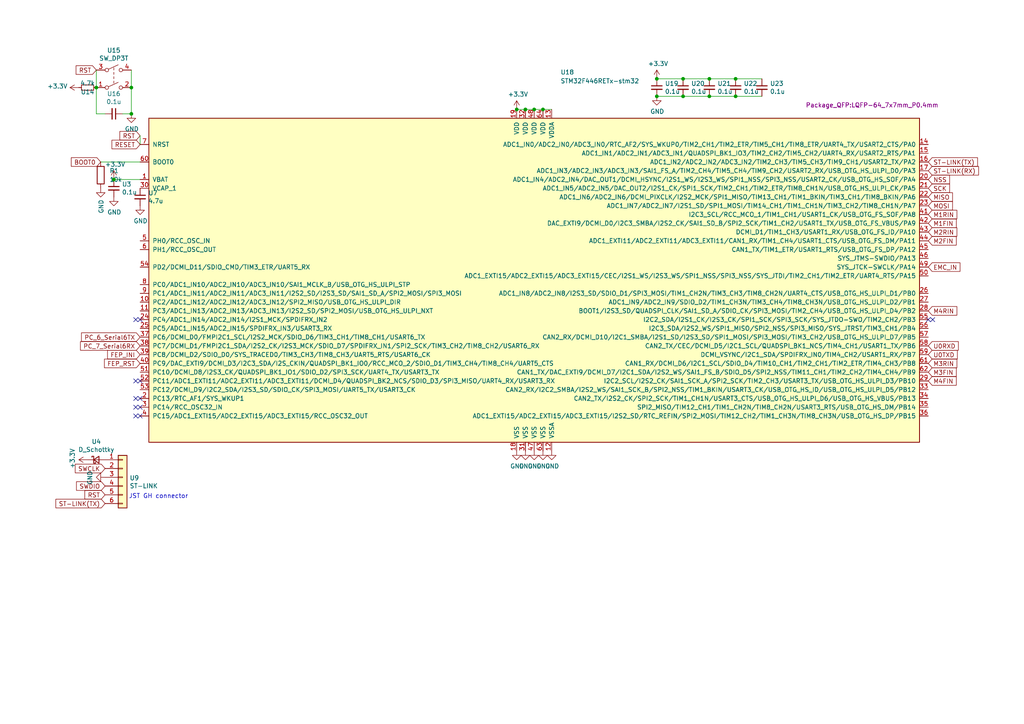
<source format=kicad_sch>
(kicad_sch (version 20230121) (generator eeschema)
  (paper "A4")
  (lib_symbols
    (symbol "Connector_Generic:Conn_01x06" (pin_names (offset 1.016) hide)
      (property "Reference" "J" (at 0 7.62 0))
      (property "Value" "Conn_01x06" (at 0 -10.16 0))
      (symbol "Conn_01x06_1_1"
        (rectangle (start -1.27 -7.493) (end 0 -7.747) (stroke (width 0.1524)))
        (rectangle (start -1.27 -4.953) (end 0 -5.207) (stroke (width 0.1524)))
        (rectangle (start -1.27 -2.413) (end 0 -2.667) (stroke (width 0.1524)))
        (rectangle (start -1.27 0.127) (end 0 -0.127) (stroke (width 0.1524)))
        (rectangle (start -1.27 2.667) (end 0 2.413) (stroke (width 0.1524)))
        (rectangle (start -1.27 5.207) (end 0 4.953) (stroke (width 0.1524)))
        (rectangle (start -1.27 6.35) (end 1.27 -8.89) (stroke (width 0.254)) (fill (type background)))
        (pin passive line (at -5.08 5.08 0) (length 3.81) (name "Pin_1") (number "1"))
        (pin passive line (at -5.08 2.54 0) (length 3.81) (name "Pin_2") (number "2"))
        (pin passive line (at -5.08 0 0) (length 3.81) (name "Pin_3") (number "3"))
        (pin passive line (at -5.08 -2.54 0) (length 3.81) (name "Pin_4") (number "4"))
        (pin passive line (at -5.08 -5.08 0) (length 3.81) (name "Pin_5") (number "5"))
        (pin passive line (at -5.08 -7.62 0) (length 3.81) (name "Pin_6") (number "6"))
      )
    )
    (symbol "Device:C_Small" (pin_numbers hide) (pin_names (offset 0.254) hide)
      (property "Reference" "C" (at 0.254 1.778 0))
      (property "Value" "C_Small" (at 0.254 -2.032 0))
      (symbol "C_Small_0_1"
        (polyline (pts (xy -1.524 -0.508) (xy 1.524 -0.508)) (stroke (width 0.3302)))
        (polyline (pts (xy -1.524 0.508) (xy 1.524 0.508)) (stroke (width 0.3048)))
      )
      (symbol "C_Small_1_1"
        (pin passive line (at 0 2.54 270) (length 2.032) (name "~") (number "1"))
        (pin passive line (at 0 -2.54 90) (length 2.032) (name "~") (number "2"))
      )
    )
    (symbol "Device:D_Schottky_Small" (pin_numbers hide) (pin_names (offset 0.254) hide)
      (property "Reference" "D" (at -1.27 2.032 0))
      (property "Value" "D_Schottky_Small" (at -7.112 -2.032 0))
      (symbol "D_Schottky_Small_0_1"
        (polyline (pts (xy -0.762 0) (xy 0.762 0)))
        (polyline (pts (xy 0.762 -1.016) (xy -0.762 0) (xy 0.762 1.016) (xy 0.762 -1.016)) (stroke (width 0.254)))
        (polyline (pts (xy -1.27 0.762) (xy -1.27 1.016) (xy -0.762 1.016) (xy -0.762 -1.016) (xy -0.254 -1.016) (xy -0.254 -0.762)) (stroke (width 0.254)))
      )
      (symbol "D_Schottky_Small_1_1"
        (pin passive line (at -2.54 0 0) (length 1.778) (name "K") (number "1"))
        (pin passive line (at 2.54 0 180) (length 1.778) (name "A") (number "2"))
      )
    )
    (symbol "Device:R" (pin_numbers hide) (pin_names (offset 0))
      (property "Reference" "R" (at 2.032 0 90))
      (property "Value" "R" (at 0 0 90))
      (symbol "R_0_1"
        (rectangle (start -1.016 -2.54) (end 1.016 2.54) (stroke (width 0.254)))
      )
      (symbol "R_1_1"
        (pin passive line (at 0 3.81 270) (length 1.27) (name "~") (number "1"))
        (pin passive line (at 0 -3.81 90) (length 1.27) (name "~") (number "2"))
      )
    )
    (symbol "Device:R_Small" (pin_numbers hide) (pin_names (offset 0.254) hide)
      (property "Reference" "R" (at 0.762 0.508 0))
      (property "Value" "R_Small" (at 0.762 -1.016 0))
      (symbol "R_Small_0_1"
        (rectangle (start -0.762 1.778) (end 0.762 -1.778) (stroke (width 0.2032)))
      )
      (symbol "R_Small_1_1"
        (pin passive line (at 0 2.54 270) (length 0.762) (name "~") (number "1"))
        (pin passive line (at 0 -2.54 90) (length 0.762) (name "~") (number "2"))
      )
    )
    (symbol "Switch:SW_DPST" (pin_names (offset 0) hide)
      (property "Reference" "SW" (at 0 5.08 0))
      (property "Value" "SW_DPST" (at 0 -5.08 0))
      (symbol "SW_DPST_0_0"
        (circle (center -2.032 -2.54) (radius 0.508))
        (circle (center -2.032 2.54) (radius 0.508))
        (polyline (pts (xy -1.524 -2.286) (xy 1.27 -1.016)))
        (polyline (pts (xy -1.524 2.794) (xy 1.27 4.064)))
        (polyline (pts (xy 0 -1.27) (xy 0 -0.635)))
        (polyline (pts (xy 0 0) (xy 0 0.635)))
        (polyline (pts (xy 0 1.27) (xy 0 1.905)))
        (polyline (pts (xy 0 2.54) (xy 0 3.175)))
        (circle (center 2.032 -2.54) (radius 0.508))
        (circle (center 2.032 2.54) (radius 0.508))
      )
      (symbol "SW_DPST_1_1"
        (pin passive line (at -5.08 -2.54 0) (length 2.54) (name "1") (number "1"))
        (pin passive line (at 5.08 -2.54 180) (length 2.54) (name "2") (number "2"))
        (pin passive line (at -5.08 2.54 0) (length 2.54) (name "3") (number "3"))
        (pin passive line (at 5.08 2.54 180) (length 2.54) (name "4") (number "4"))
      )
    )
    (symbol "Symbol_nishi:STM32F446RETx-stm32" (pin_names (offset 1.016))
      (property "Reference" "U" (at -111.76 48.895 0))
      (property "Value" "STM32F446RETx-stm32" (at 111.76 48.895 0))
      (property "Footprint" "LQFP64" (at 111.76 47.625 0))
      (symbol "STM32F446RETx-stm32_0_1"
        (rectangle (start -111.76 -45.72) (end 111.76 48.26) (stroke (width 0.254)) (fill (type background)))
      )
      (symbol "STM32F446RETx-stm32_1_1"
        (pin power_in line (at -114.3 30.48 0) (length 2.54) (name "VBAT") (number "1"))
        (pin bidirectional line (at -114.3 -5.08 0) (length 2.54) (name "PC2/ADC1_IN12/ADC2_IN12/ADC3_IN12/SPI2_MISO/USB_OTG_HS_ULPI_DIR") (number "10"))
        (pin bidirectional line (at -114.3 -7.62 0) (length 2.54) (name "PC3/ADC1_IN13/ADC2_IN13/ADC3_IN13/I2S2_SD/SPI2_MOSI/USB_OTG_HS_ULPI_NXT") (number "11"))
        (pin power_in line (at 5.08 -48.26 90) (length 2.54) (name "VSSA") (number "12"))
        (pin power_in line (at 5.08 50.8 270) (length 2.54) (name "VDDA") (number "13"))
        (pin bidirectional line (at 114.3 40.64 180) (length 2.54) (name "ADC1_IN0/ADC2_IN0/ADC3_IN0/RTC_AF2/SYS_WKUP0/TIM2_CH1/TIM2_ETR/TIM5_CH1/TIM8_ETR/UART4_TX/USART2_CTS/PA0") (number "14"))
        (pin bidirectional line (at 114.3 38.1 180) (length 2.54) (name "ADC1_IN1/ADC2_IN1/ADC3_IN1/QUADSPI_BK1_IO3/TIM2_CH2/TIM5_CH2/UART4_RX/USART2_RTS/PA1") (number "15"))
        (pin bidirectional line (at 114.3 35.56 180) (length 2.54) (name "ADC1_IN2/ADC2_IN2/ADC3_IN2/TIM2_CH3/TIM5_CH3/TIM9_CH1/USART2_TX/PA2") (number "16"))
        (pin bidirectional line (at 114.3 33.02 180) (length 2.54) (name "ADC1_IN3/ADC2_IN3/ADC3_IN3/SAI1_FS_A/TIM2_CH4/TIM5_CH4/TIM9_CH2/USART2_RX/USB_OTG_HS_ULPI_D0/PA3") (number "17"))
        (pin power_in line (at -5.08 -48.26 90) (length 2.54) (name "VSS") (number "18"))
        (pin power_in line (at -5.08 50.8 270) (length 2.54) (name "VDD") (number "19"))
        (pin bidirectional line (at -114.3 -33.02 0) (length 2.54) (name "PC13/RTC_AF1/SYS_WKUP1") (number "2"))
        (pin bidirectional line (at 114.3 30.48 180) (length 2.54) (name "ADC1_IN4/ADC2_IN4/DAC_OUT1/DCMI_HSYNC/I2S1_WS/I2S3_WS/SPI1_NSS/SPI3_NSS/USART2_CK/USB_OTG_HS_SOF/PA4") (number "20"))
        (pin bidirectional line (at 114.3 27.94 180) (length 2.54) (name "ADC1_IN5/ADC2_IN5/DAC_OUT2/I2S1_CK/SPI1_SCK/TIM2_CH1/TIM2_ETR/TIM8_CH1N/USB_OTG_HS_ULPI_CK/PA5") (number "21"))
        (pin bidirectional line (at 114.3 25.4 180) (length 2.54) (name "ADC1_IN6/ADC2_IN6/DCMI_PIXCLK/I2S2_MCK/SPI1_MISO/TIM13_CH1/TIM1_BKIN/TIM3_CH1/TIM8_BKIN/PA6") (number "22"))
        (pin bidirectional line (at 114.3 22.86 180) (length 2.54) (name "ADC1_IN7/ADC2_IN7/I2S1_SD/SPI1_MOSI/TIM14_CH1/TIM1_CH1N/TIM3_CH2/TIM8_CH1N/PA7") (number "23"))
        (pin bidirectional line (at -114.3 -10.16 0) (length 2.54) (name "PC4/ADC1_IN14/ADC2_IN14/I2S1_MCK/SPDIFRX_IN2") (number "24"))
        (pin bidirectional line (at -114.3 -12.7 0) (length 2.54) (name "PC5/ADC1_IN15/ADC2_IN15/SPDIFRX_IN3/USART3_RX") (number "25"))
        (pin bidirectional line (at 114.3 -2.54 180) (length 2.54) (name "ADC1_IN8/ADC2_IN8/I2S3_SD/SDIO_D1/SPI3_MOSI/TIM1_CH2N/TIM3_CH3/TIM8_CH2N/UART4_CTS/USB_OTG_HS_ULPI_D1/PB0") (number "26"))
        (pin bidirectional line (at 114.3 -5.08 180) (length 2.54) (name "ADC1_IN9/ADC2_IN9/SDIO_D2/TIM1_CH3N/TIM3_CH4/TIM8_CH3N/USB_OTG_HS_ULPI_D2/PB1") (number "27"))
        (pin bidirectional line (at 114.3 -7.62 180) (length 2.54) (name "BOOT1/I2S3_SD/QUADSPI_CLK/SAI1_SD_A/SDIO_CK/SPI3_MOSI/TIM2_CH4/USB_OTG_HS_ULPI_D4/PB2") (number "28"))
        (pin bidirectional line (at 114.3 -27.94 180) (length 2.54) (name "I2C2_SCL/I2S2_CK/SAI1_SCK_A/SPI2_SCK/TIM2_CH3/USART3_TX/USB_OTG_HS_ULPI_D3/PB10") (number "29"))
        (pin bidirectional line (at -114.3 -35.56 0) (length 2.54) (name "PC14/RCC_OSC32_IN") (number "3"))
        (pin power_in line (at -114.3 27.94 0) (length 2.54) (name "VCAP_1") (number "30"))
        (pin power_in line (at -2.54 -48.26 90) (length 2.54) (name "VSS") (number "31"))
        (pin power_in line (at -2.54 50.8 270) (length 2.54) (name "VDD") (number "32"))
        (pin bidirectional line (at 114.3 -30.48 180) (length 2.54) (name "CAN2_RX/I2C2_SMBA/I2S2_WS/SAI1_SCK_B/SPI2_NSS/TIM1_BKIN/USART3_CK/USB_OTG_HS_ID/USB_OTG_HS_ULPI_D5/PB12") (number "33"))
        (pin bidirectional line (at 114.3 -33.02 180) (length 2.54) (name "CAN2_TX/I2S2_CK/SPI2_SCK/TIM1_CH1N/USART3_CTS/USB_OTG_HS_ULPI_D6/USB_OTG_HS_VBUS/PB13") (number "34"))
        (pin bidirectional line (at 114.3 -35.56 180) (length 2.54) (name "SPI2_MISO/TIM12_CH1/TIM1_CH2N/TIM8_CH2N/USART3_RTS/USB_OTG_HS_DM/PB14") (number "35"))
        (pin bidirectional line (at 114.3 -38.1 180) (length 2.54) (name "ADC1_EXTI15/ADC2_EXTI15/ADC3_EXTI15/I2S2_SD/RTC_REFIN/SPI2_MOSI/TIM12_CH2/TIM1_CH3N/TIM8_CH3N/USB_OTG_HS_DP/PB15") (number "36"))
        (pin bidirectional line (at -114.3 -15.24 0) (length 2.54) (name "PC6/DCMI_D0/FMPI2C1_SCL/I2S2_MCK/SDIO_D6/TIM3_CH1/TIM8_CH1/USART6_TX") (number "37"))
        (pin bidirectional line (at -114.3 -17.78 0) (length 2.54) (name "PC7/DCMI_D1/FMPI2C1_SDA/I2S2_CK/I2S3_MCK/SDIO_D7/SPDIFRX_IN1/SPI2_SCK/TIM3_CH2/TIM8_CH2/USART6_RX") (number "38"))
        (pin bidirectional line (at -114.3 -20.32 0) (length 2.54) (name "PC8/DCMI_D2/SDIO_D0/SYS_TRACED0/TIM3_CH3/TIM8_CH3/UART5_RTS/USART6_CK") (number "39"))
        (pin bidirectional line (at -114.3 -38.1 0) (length 2.54) (name "PC15/ADC1_EXTI15/ADC2_EXTI15/ADC3_EXTI15/RCC_OSC32_OUT") (number "4"))
        (pin bidirectional line (at -114.3 -22.86 0) (length 2.54) (name "PC9/DAC_EXTI9/DCMI_D3/I2C3_SDA/I2S_CKIN/QUADSPI_BK1_IO0/RCC_MCO_2/SDIO_D1/TIM3_CH4/TIM8_CH4/UART5_CTS") (number "40"))
        (pin bidirectional line (at 114.3 20.32 180) (length 2.54) (name "I2C3_SCL/RCC_MCO_1/TIM1_CH1/USART1_CK/USB_OTG_FS_SOF/PA8") (number "41"))
        (pin bidirectional line (at 114.3 17.78 180) (length 2.54) (name "DAC_EXTI9/DCMI_D0/I2C3_SMBA/I2S2_CK/SAI1_SD_B/SPI2_SCK/TIM1_CH2/USART1_TX/USB_OTG_FS_VBUS/PA9") (number "42"))
        (pin bidirectional line (at 114.3 15.24 180) (length 2.54) (name "DCMI_D1/TIM1_CH3/USART1_RX/USB_OTG_FS_ID/PA10") (number "43"))
        (pin bidirectional line (at 114.3 12.7 180) (length 2.54) (name "ADC1_EXTI11/ADC2_EXTI11/ADC3_EXTI11/CAN1_RX/TIM1_CH4/USART1_CTS/USB_OTG_FS_DM/PA11") (number "44"))
        (pin bidirectional line (at 114.3 10.16 180) (length 2.54) (name "CAN1_TX/TIM1_ETR/USART1_RTS/USB_OTG_FS_DP/PA12") (number "45"))
        (pin bidirectional line (at 114.3 7.62 180) (length 2.54) (name "SYS_JTMS-SWDIO/PA13") (number "46"))
        (pin power_in line (at 0 -48.26 90) (length 2.54) (name "VSS") (number "47"))
        (pin power_in line (at 0 50.8 270) (length 2.54) (name "VDD") (number "48"))
        (pin bidirectional line (at 114.3 5.08 180) (length 2.54) (name "SYS_JTCK-SWCLK/PA14") (number "49"))
        (pin input line (at -114.3 12.7 0) (length 2.54) (name "PH0/RCC_OSC_IN") (number "5"))
        (pin bidirectional line (at 114.3 2.54 180) (length 2.54) (name "ADC1_EXTI15/ADC2_EXTI15/ADC3_EXTI15/CEC/I2S1_WS/I2S3_WS/SPI1_NSS/SPI3_NSS/SYS_JTDI/TIM2_CH1/TIM2_ETR/UART4_RTS/PA15") (number "50"))
        (pin bidirectional line (at -114.3 -25.4 0) (length 2.54) (name "PC10/DCMI_D8/I2S3_CK/QUADSPI_BK1_IO1/SDIO_D2/SPI3_SCK/UART4_TX/USART3_TX") (number "51"))
        (pin bidirectional line (at -114.3 -27.94 0) (length 2.54) (name "PC11/ADC1_EXTI11/ADC2_EXTI11/ADC3_EXTI11/DCMI_D4/QUADSPI_BK2_NCS/SDIO_D3/SPI3_MISO/UART4_RX/USART3_RX") (number "52"))
        (pin bidirectional line (at -114.3 -30.48 0) (length 2.54) (name "PC12/DCMI_D9/I2C2_SDA/I2S3_SD/SDIO_CK/SPI3_MOSI/UART5_TX/USART3_CK") (number "53"))
        (pin bidirectional line (at -114.3 5.08 0) (length 2.54) (name "PD2/DCMI_D11/SDIO_CMD/TIM3_ETR/UART5_RX") (number "54"))
        (pin bidirectional line (at 114.3 -10.16 180) (length 2.54) (name "I2C2_SDA/I2S1_CK/I2S3_CK/SPI1_SCK/SPI3_SCK/SYS_JTDO-SWO/TIM2_CH2/PB3") (number "55"))
        (pin bidirectional line (at 114.3 -12.7 180) (length 2.54) (name "I2C3_SDA/I2S2_WS/SPI1_MISO/SPI2_NSS/SPI3_MISO/SYS_JTRST/TIM3_CH1/PB4") (number "56"))
        (pin bidirectional line (at 114.3 -15.24 180) (length 2.54) (name "CAN2_RX/DCMI_D10/I2C1_SMBA/I2S1_SD/I2S3_SD/SPI1_MOSI/SPI3_MOSI/TIM3_CH2/USB_OTG_HS_ULPI_D7/PB5") (number "57"))
        (pin bidirectional line (at 114.3 -17.78 180) (length 2.54) (name "CAN2_TX/CEC/DCMI_D5/I2C1_SCL/QUADSPI_BK1_NCS/TIM4_CH1/USART1_TX/PB6") (number "58"))
        (pin bidirectional line (at 114.3 -20.32 180) (length 2.54) (name "DCMI_VSYNC/I2C1_SDA/SPDIFRX_IN0/TIM4_CH2/USART1_RX/PB7") (number "59"))
        (pin input line (at -114.3 10.16 0) (length 2.54) (name "PH1/RCC_OSC_OUT") (number "6"))
        (pin input line (at -114.3 35.56 0) (length 2.54) (name "BOOT0") (number "60"))
        (pin bidirectional line (at 114.3 -22.86 180) (length 2.54) (name "CAN1_RX/DCMI_D6/I2C1_SCL/SDIO_D4/TIM10_CH1/TIM2_CH1/TIM2_ETR/TIM4_CH3/PB8") (number "61"))
        (pin bidirectional line (at 114.3 -25.4 180) (length 2.54) (name "CAN1_TX/DAC_EXTI9/DCMI_D7/I2C1_SDA/I2S2_WS/SAI1_FS_B/SDIO_D5/SPI2_NSS/TIM11_CH1/TIM2_CH2/TIM4_CH4/PB9") (number "62"))
        (pin power_in line (at 2.54 -48.26 90) (length 2.54) (name "VSS") (number "63"))
        (pin power_in line (at 2.54 50.8 270) (length 2.54) (name "VDD") (number "64"))
        (pin input line (at -114.3 40.64 0) (length 2.54) (name "NRST") (number "7"))
        (pin bidirectional line (at -114.3 0 0) (length 2.54) (name "PC0/ADC1_IN10/ADC2_IN10/ADC3_IN10/SAI1_MCLK_B/USB_OTG_HS_ULPI_STP") (number "8"))
        (pin bidirectional line (at -114.3 -2.54 0) (length 2.54) (name "PC1/ADC1_IN11/ADC2_IN11/ADC3_IN11/I2S2_SD/I2S3_SD/SAI1_SD_A/SPI2_MOSI/SPI3_MOSI") (number "9"))
      )
    )
    (symbol "power:+3.3V" (power) (pin_names (offset 0))
      (property "Value" "+3.3V" (at 0 3.556 0))
      (symbol "+3.3V_0_1"
        (polyline (pts (xy -0.762 1.27) (xy 0 2.54)))
        (polyline (pts (xy 0 0) (xy 0 2.54)))
        (polyline (pts (xy 0 2.54) (xy 0.762 1.27)))
      )
      (symbol "+3.3V_1_1"
        (pin power_in line (at 0 0 90) (length 0) hide (name "+3.3V") (number "1"))
      )
    )
    (symbol "power:GND" (power) (pin_names (offset 0))
      (property "Value" "GND" (at 0 -3.81 0))
      (symbol "GND_0_1"
        (polyline (pts (xy 0 0) (xy 0 -1.27) (xy 1.27 -1.27) (xy 0 -2.54) (xy -1.27 -1.27) (xy 0 -1.27)))
      )
      (symbol "GND_1_1"
        (pin power_in line (at 0 0 270) (length 0) hide (name "GND") (number "1"))
      )
    )
  )
  (junction (at 205.74 22.86))
  (junction (at 205.74 27.94))
  (junction (at 27.94 25.4))
  (junction (at 157.48 31.75))
  (junction (at 190.5 22.86))
  (junction (at 198.12 27.94))
  (junction (at 198.12 22.86))
  (junction (at 38.1 25.4))
  (junction (at 190.5 27.94))
  (junction (at 152.4 31.75))
  (junction (at 213.36 22.86))
  (junction (at 33.02 52.07))
  (junction (at 149.86 31.75))
  (junction (at 213.36 27.94))
  (junction (at 38.1 33.02))
  (junction (at 154.94 31.75))
  (no_connect (at 40.64 118.11))
  (no_connect (at 39.37 120.65))
  (no_connect (at 270.51 92.71))
  (no_connect (at 39.37 110.49))
  (no_connect (at 39.37 92.71))
  (no_connect (at 40.64 115.57))
  (no_connect (at 40.64 92.71))
  (no_connect (at 40.64 110.49))
  (no_connect (at 39.37 115.57))
  (no_connect (at 40.64 120.65))
  (no_connect (at 269.24 92.71))
  (no_connect (at 39.37 118.11))
  (wire (pts (xy 27.94 33.02) (xy 30.48 33.02)))
  (wire (pts (xy 38.1 33.02) (xy 35.56 33.02)))
  (wire (pts (xy 220.98 22.86) (xy 213.36 22.86)))
  (wire (pts (xy 220.98 27.94) (xy 213.36 27.94)))
  (wire (pts (xy 149.86 31.75) (xy 152.4 31.75)))
  (wire (pts (xy 38.1 25.4) (xy 38.1 33.02)))
  (wire (pts (xy 213.36 27.94) (xy 205.74 27.94)))
  (wire (pts (xy 40.64 39.37) (xy 40.64 41.91)))
  (wire (pts (xy 190.5 27.94) (xy 198.12 27.94)))
  (wire (pts (xy 213.36 22.86) (xy 205.74 22.86)))
  (wire (pts (xy 205.74 22.86) (xy 198.12 22.86)))
  (wire (pts (xy 205.74 27.94) (xy 198.12 27.94)))
  (wire (pts (xy 27.94 25.4) (xy 27.94 33.02)))
  (wire (pts (xy 27.94 20.32) (xy 27.94 25.4)))
  (wire (pts (xy 152.4 31.75) (xy 154.94 31.75)))
  (wire (pts (xy 157.48 31.75) (xy 160.02 31.75)))
  (wire (pts (xy 40.64 52.07) (xy 33.02 52.07)))
  (wire (pts (xy 38.1 20.32) (xy 38.1 25.4)))
  (wire (pts (xy 190.5 22.86) (xy 198.12 22.86)))
  (wire (pts (xy 154.94 31.75) (xy 157.48 31.75)))
  (wire (pts (xy 29.21 46.99) (xy 40.64 46.99)))
  (text "JST GH connector" (at 54.61 144.78 0) (effects (font (size 1.27 1.27)) (justify right bottom)))
  (global_label "M4FIN" (shape input) (at 269.24 110.49 0) (property "Intersheetrefs" "${INTERSHEET_REFS}" (effects hide)))
  (global_label "U0RXD" (shape input) (at 269.24 100.33 0) (property "Intersheetrefs" "${INTERSHEET_REFS}" (effects hide)))
  (global_label "RST" (shape input) (at 40.64 39.37 180) (property "Intersheetrefs" "${INTERSHEET_REFS}" (effects hide)))
  (global_label "ST-LINK(RX)" (shape input) (at 269.24 49.53 0) (property "Intersheetrefs" "${INTERSHEET_REFS}" (effects hide)))
  (global_label "MOSI" (shape input) (at 269.24 59.69 0) (property "Intersheetrefs" "${INTERSHEET_REFS}" (effects hide)))
  (global_label "ST-LINK(TX)" (shape input) (at 269.24 46.99 0) (property "Intersheetrefs" "${INTERSHEET_REFS}" (effects hide)))
  (global_label "M3RIN" (shape input) (at 269.24 105.41 0) (property "Intersheetrefs" "${INTERSHEET_REFS}" (effects hide)))
  (global_label "PC_6_Serial6TX" (shape input) (at 40.64 97.79 180) (property "Intersheetrefs" "${INTERSHEET_REFS}" (effects hide)) (property "シート間のリファレンス" "${INTERSHEET_REFS}" (effects hide)))
  (global_label "M4RIN" (shape input) (at 269.24 90.17 0) (property "Intersheetrefs" "${INTERSHEET_REFS}" (effects hide)))
  (global_label "RST" (shape input) (at 27.94 20.32 180) (property "Intersheetrefs" "${INTERSHEET_REFS}" (effects hide)))
  (global_label "M1RIN" (shape input) (at 269.24 62.23 0) (property "Intersheetrefs" "${INTERSHEET_REFS}" (effects hide)))
  (global_label "NSS" (shape input) (at 269.24 52.07 0) (property "Intersheetrefs" "${INTERSHEET_REFS}" (effects hide)))
  (global_label "ST-LINK(TX)" (shape input) (at 30.48 146.05 180) (property "Intersheetrefs" "${INTERSHEET_REFS}" (effects hide)))
  (global_label "FEP_RST" (shape input) (at 40.64 105.41 180) (property "Intersheetrefs" "${INTERSHEET_REFS}" (effects hide)))
  (global_label "M1FIN" (shape input) (at 269.24 64.77 0) (property "Intersheetrefs" "${INTERSHEET_REFS}" (effects hide)))
  (global_label "M2RIN" (shape input) (at 269.24 67.31 0) (property "Intersheetrefs" "${INTERSHEET_REFS}" (effects hide)))
  (global_label "MISO" (shape input) (at 269.24 57.15 0) (property "Intersheetrefs" "${INTERSHEET_REFS}" (effects hide)))
  (global_label "SCK" (shape input) (at 269.24 54.61 0) (property "Intersheetrefs" "${INTERSHEET_REFS}" (effects hide)))
  (global_label "M3FIN" (shape input) (at 269.24 107.95 0) (property "Intersheetrefs" "${INTERSHEET_REFS}" (effects hide)))
  (global_label "RESET" (shape input) (at 40.64 41.91 180) (property "Intersheetrefs" "${INTERSHEET_REFS}" (effects hide)))
  (global_label "SWDIO" (shape input) (at 30.48 140.97 180) (property "Intersheetrefs" "${INTERSHEET_REFS}" (effects hide)))
  (global_label "U0TXD" (shape input) (at 269.24 102.87 0) (property "Intersheetrefs" "${INTERSHEET_REFS}" (effects hide)))
  (global_label "FEP_INI" (shape input) (at 40.64 102.87 180) (property "Intersheetrefs" "${INTERSHEET_REFS}" (effects hide)))
  (global_label "BOOT0" (shape input) (at 29.21 46.99 180) (property "Intersheetrefs" "${INTERSHEET_REFS}" (effects hide)))
  (global_label "PC_7_Serial6RX" (shape input) (at 40.64 100.33 180) (property "Intersheetrefs" "${INTERSHEET_REFS}" (effects hide)) (property "シート間のリファレンス" "${INTERSHEET_REFS}" (effects hide)))
  (global_label "RST" (shape input) (at 30.48 143.51 180) (property "Intersheetrefs" "${INTERSHEET_REFS}" (effects hide)))
  (global_label "SWCLK" (shape input) (at 30.48 135.89 180) (property "Intersheetrefs" "${INTERSHEET_REFS}" (effects hide)))
  (global_label "EMC_IN" (shape input) (at 269.24 77.47 0) (property "Intersheetrefs" "${INTERSHEET_REFS}" (effects hide)))
  (global_label "M2FIN" (shape input) (at 269.24 69.85 0) (property "Intersheetrefs" "${INTERSHEET_REFS}" (effects hide)))
  (symbol (lib_id "Switch:SW_DPST") (at 33.02 22.86 0) (unit 1)
    (property "Reference" "U15" (at 33.02 14.605 0))
    (property "Value" "SW_DP3T" (at 33.02 16.9164 0))
    (property "Footprint" "Footprint_nishi:tact_sw_smd_skrpabe10" (effects hide))
    (instances (project "YAMADAmain" (path "" (reference "U15") (unit 1)) (path "" (reference "U10") (unit 1))) (project "M3rd_main_board" (path "" (reference "U5") (unit 1)) (path "" (reference "U18") (unit 1))))
  )
  (symbol (lib_id "power:GND") (at 152.4 130.81 0) (unit 1)
    (property "Reference" "#PWR029" (effects hide))
    (property "Value" "GND" (at 152.527 135.2042 0))
    (instances (project "YAMADAmain" (path "" (reference "#PWR029") (unit 1)) (path "" (reference "#PWR030") (unit 1))) (project "M3rd_main_board" (path "" (reference "#PWR017") (unit 1)) (path "" (reference "#PWR053") (unit 1))))
  )
  (symbol (lib_id "power:+3.3V") (at 22.86 25.4 90) (unit 1)
    (property "Reference" "#PWR015" (effects hide))
    (property "Value" "+3.3V" (at 19.6088 25.019 90) (effects (justify left)))
    (instances (project "YAMADAmain" (path "" (reference "#PWR015") (unit 1)) (path "" (reference "#PWR020") (unit 1))) (project "M3rd_main_board" (path "" (reference "#PWR01") (unit 1)) (path "" (reference "#PWR047") (unit 1))))
  )
  (symbol (lib_id "power:+3.3V") (at 190.5 22.86 0) (unit 1)
    (property "Reference" "#PWR034" (effects hide))
    (property "Value" "+3.3V" (at 190.881 18.4658 0))
    (instances (project "YAMADAmain" (path "" (reference "#PWR034") (unit 1)) (path "" (reference "#PWR034") (unit 1))) (project "M3rd_main_board" (path "" (reference "#PWR025") (unit 1)) (path "" (reference "#PWR058") (unit 1))))
  )
  (symbol (lib_id "Device:C_Small") (at 220.98 25.4 0) (unit 1)
    (property "Reference" "U23" (at 223.3168 24.2316 0) (effects (justify left)))
    (property "Value" "0.1u" (at 223.3168 26.543 0) (effects (justify left)))
    (property "Footprint" "Footprint_nishi:C_0805_2012" (effects hide))
    (instances (project "YAMADAmain" (path "" (reference "U23") (unit 1)) (path "" (reference "U21") (unit 1))) (project "M3rd_main_board" (path "" (reference "U16") (unit 1)) (path "" (reference "U27") (unit 1))))
  )
  (symbol (lib_id "power:GND") (at 154.94 130.81 0) (unit 1)
    (property "Reference" "#PWR030" (effects hide))
    (property "Value" "GND" (at 155.067 135.2042 0))
    (instances (project "YAMADAmain" (path "" (reference "#PWR030") (unit 1)) (path "" (reference "#PWR031") (unit 1))) (project "M3rd_main_board" (path "" (reference "#PWR018") (unit 1)) (path "" (reference "#PWR054") (unit 1))))
  )
  (symbol (lib_id "power:GND") (at 190.5 27.94 0) (unit 1)
    (property "Reference" "#PWR036" (effects hide))
    (property "Value" "GND" (at 190.627 32.3342 0))
    (instances (project "YAMADAmain" (path "" (reference "#PWR036") (unit 1)) (path "" (reference "#PWR035") (unit 1))) (project "M3rd_main_board" (path "" (reference "#PWR026") (unit 1)) (path "" (reference "#PWR059") (unit 1))))
  )
  (symbol (lib_id "power:GND") (at 38.1 33.02 0) (unit 1)
    (property "Reference" "#PWR018" (effects hide))
    (property "Value" "GND" (at 38.227 37.4142 0))
    (instances (project "YAMADAmain" (path "" (reference "#PWR018") (unit 1)) (path "" (reference "#PWR026") (unit 1))) (project "M3rd_main_board" (path "" (reference "#PWR02") (unit 1)) (path "" (reference "#PWR048") (unit 1))))
  )
  (symbol (lib_id "power:+3.3V") (at 149.86 31.75 0) (unit 1)
    (property "Reference" "#PWR025" (effects hide))
    (property "Value" "+3.3V" (at 150.241 27.3558 0))
    (instances (project "YAMADAmain" (path "" (reference "#PWR025") (unit 1)) (path "" (reference "#PWR028") (unit 1))) (project "M3rd_main_board" (path "" (reference "#PWR014") (unit 1)) (path "" (reference "#PWR050") (unit 1))))
  )
  (symbol (lib_id "power:GND") (at 157.48 130.81 0) (unit 1)
    (property "Reference" "#PWR031" (effects hide))
    (property "Value" "GND" (at 157.607 135.2042 0))
    (instances (project "YAMADAmain" (path "" (reference "#PWR031") (unit 1)) (path "" (reference "#PWR032") (unit 1))) (project "M3rd_main_board" (path "" (reference "#PWR019") (unit 1)) (path "" (reference "#PWR055") (unit 1))))
  )
  (symbol (lib_id "Device:C_Small") (at 33.02 33.02 270) (unit 1)
    (property "Reference" "U16" (at 33.02 27.2034 90))
    (property "Value" "0.1u" (at 33.02 29.5148 90))
    (property "Footprint" "Footprint_nishi:C_0805_2012" (effects hide))
    (instances (project "YAMADAmain" (path "" (reference "U16") (unit 1)) (path "" (reference "U11") (unit 1))) (project "M3rd_main_board" (path "" (reference "U6") (unit 1)) (path "" (reference "U19") (unit 1))))
  )
  (symbol (lib_id "Device:C_Small") (at 40.64 57.15 0) (unit 1)
    (property "Reference" "U7" (at 42.9768 55.9816 0) (effects (justify left)))
    (property "Value" "4.7u" (at 42.9768 58.293 0) (effects (justify left)))
    (property "Footprint" "Footprint_nishi:C_0805_2012" (effects hide))
    (instances (project "YAMADAmain" (path "" (reference "U7") (unit 1)) (path "" (reference "U15") (unit 1))) (project "M3rd_main_board" (path "" (reference "U9") (unit 1)) (path "" (reference "U10") (unit 1))))
  )
  (symbol (lib_id "Device:D_Schottky_Small") (at 27.94 133.35 0) (unit 1)
    (property "Reference" "U4" (at 27.94 128.0922 0))
    (property "Value" "D_Schottky" (at 27.94 130.4036 0))
    (property "Footprint" "Footprint_nishi:smd_diode_SOD-323_HandSoldering_cus10f30" (effects hide))
    (instances (project "YAMADAmain" (path "" (reference "U4") (unit 1)) (path "" (reference "U9") (unit 1))) (project "M3rd_main_board" (path "" (reference "U2") (unit 1)) (path "" (reference "U8") (unit 1))))
  )
  (symbol (lib_id "power:+3.3V") (at 25.4 133.35 90) (unit 1)
    (property "Reference" "#PWR034" (effects hide))
    (property "Value" "+3.3V" (at 21.0058 132.969 0))
    (instances (project "YAMADAmain" (path "" (reference "#PWR034") (unit 1)) (path "" (reference "#PWR021") (unit 1))) (project "M3rd_main_board" (path "" (reference "#PWR025") (unit 1)) (path "" (reference "#PWR058") (unit 1))))
  )
  (symbol (lib_id "Symbol_nishi:STM32F446RETx-stm32") (at 154.94 82.55 0) (unit 1)
    (property "Reference" "U18" (at 162.56 20.955 0) (effects (justify left)))
    (property "Value" "STM32F446RETx-stm32" (at 162.56 23.495 0) (effects (justify left)))
    (property "Footprint" "Package_QFP:LQFP-64_7x7mm_P0.4mm" (at 233.68 30.48 0) (effects (justify left)))
    (instances (project "YAMADAmain" (path "" (reference "U18") (unit 1)) (path "" (reference "U16") (unit 1))) (project "M3rd_main_board" (path "" (reference "U11") (unit 1)) (path "" (reference "U21") (unit 1))))
  )
  (symbol (lib_id "Connector_Generic:Conn_01x06") (at 35.56 138.43 0) (unit 1)
    (property "Reference" "U9" (at 37.592 138.6332 0) (effects (justify left)))
    (property "Value" "ST-LINK" (at 37.592 140.9446 0) (effects (justify left)))
    (property "Footprint" "Connector_JST:JST_GH_SM06B-GHS-TB_1x06-1MP_P1.25mm_Horizontal" (effects hide))
    (instances (project "YAMADAmain" (path "" (reference "U9") (unit 1)) (path "" (reference "U13") (unit 1))) (project "M3rd_main_board" (path "" (reference "U3") (unit 1)) (path "" (reference "U12") (unit 1))))
  )
  (symbol (lib_id "Device:R_Small") (at 25.4 25.4 90) (unit 1)
    (property "Reference" "U14" (at 25.4 26.67 90))
    (property "Value" "4.7k" (at 25.4 24.13 90))
    (property "Footprint" "Footprint_nishi:R_0603_1608" (effects hide))
    (instances (project "YAMADAmain" (path "" (reference "U14") (unit 1)) (path "" (reference "U8") (unit 1))) (project "M3rd_main_board" (path "" (reference "U4") (unit 1)) (path "" (reference "U17") (unit 1))))
  )
  (symbol (lib_id "power:GND") (at 29.21 54.61 0) (unit 1)
    (property "Reference" "#PWR010" (effects hide))
    (property "Value" "GND" (at 29.337 57.8612 90) (effects (justify right)))
    (instances (project "YAMADAmain" (path "" (reference "#PWR010") (unit 1)) (path "" (reference "#PWR025") (unit 1))) (project "M3rd_main_board" (path "" (reference "#PWR07") (unit 1)) (path "" (reference "#PWR042") (unit 1))))
  )
  (symbol (lib_id "Device:C_Small") (at 190.5 25.4 0) (unit 1)
    (property "Reference" "U19" (at 192.8368 24.2316 0) (effects (justify left)))
    (property "Value" "0.1u" (at 192.8368 26.543 0) (effects (justify left)))
    (property "Footprint" "Footprint_nishi:C_0805_2012" (effects hide))
    (instances (project "YAMADAmain" (path "" (reference "U19") (unit 1)) (path "" (reference "U17") (unit 1))) (project "M3rd_main_board" (path "" (reference "U12") (unit 1)) (path "" (reference "U23") (unit 1))))
  )
  (symbol (lib_id "Device:C_Small") (at 33.02 54.61 0) (unit 1)
    (property "Reference" "U3" (at 35.3568 53.4416 0) (effects (justify left)))
    (property "Value" "0.1u" (at 35.3568 55.753 0) (effects (justify left)))
    (property "Footprint" "Footprint_nishi:C_0805_2012" (effects hide))
    (instances (project "YAMADAmain" (path "" (reference "U3") (unit 1)) (path "" (reference "U12") (unit 1))) (project "M3rd_main_board" (path "" (reference "U7") (unit 1)) (path "" (reference "U7") (unit 1))))
  )
  (symbol (lib_id "Device:R") (at 29.21 50.8 0) (unit 1)
    (property "Reference" "R1" (at 31.75 49.53 0) (effects (justify left)))
    (property "Value" "10k" (at 31.75 52.07 0) (effects (justify left)))
    (property "Footprint" "Resistor_SMD:R_0805_2012Metric_Pad1.20x1.40mm_HandSolder" (effects hide))
  )
  (symbol (lib_id "power:GND") (at 33.02 57.15 0) (unit 1)
    (property "Reference" "#PWR09" (effects hide))
    (property "Value" "GND" (at 33.147 61.5442 0))
    (instances (project "YAMADAmain" (path "" (reference "#PWR09") (unit 1)) (path "" (reference "#PWR024") (unit 1))) (project "M3rd_main_board" (path "" (reference "#PWR06") (unit 1)) (path "" (reference "#PWR041") (unit 1))))
  )
  (symbol (lib_id "power:GND") (at 40.64 59.69 0) (unit 1)
    (property "Reference" "#PWR011" (effects hide))
    (property "Value" "GND" (at 40.767 64.0842 0))
    (instances (project "YAMADAmain" (path "" (reference "#PWR011") (unit 1)) (path "" (reference "#PWR027") (unit 1))) (project "M3rd_main_board" (path "" (reference "#PWR08") (unit 1)) (path "" (reference "#PWR043") (unit 1))))
  )
  (symbol (lib_id "power:GND") (at 30.48 138.43 270) (unit 1)
    (property "Reference" "#U07" (effects hide))
    (property "Value" "GND" (at 26.0858 138.557 0))
    (instances (project "YAMADAmain" (path "" (reference "#U07") (unit 1)) (path "" (reference "#U06") (unit 1))) (project "M3rd_main_board" (path "" (reference "#U05") (unit 1)) (path "" (reference "#U07") (unit 1))))
  )
  (symbol (lib_id "Device:C_Small") (at 205.74 25.4 0) (unit 1)
    (property "Reference" "U21" (at 208.0768 24.2316 0) (effects (justify left)))
    (property "Value" "0.1u" (at 208.0768 26.543 0) (effects (justify left)))
    (property "Footprint" "Footprint_nishi:C_0805_2012" (effects hide))
    (instances (project "YAMADAmain" (path "" (reference "U21") (unit 1)) (path "" (reference "U19") (unit 1))) (project "M3rd_main_board" (path "" (reference "U14") (unit 1)) (path "" (reference "U25") (unit 1))))
  )
  (symbol (lib_id "Device:C_Small") (at 198.12 25.4 0) (unit 1)
    (property "Reference" "U20" (at 200.4568 24.2316 0) (effects (justify left)))
    (property "Value" "0.1u" (at 200.4568 26.543 0) (effects (justify left)))
    (property "Footprint" "Footprint_nishi:C_0805_2012" (effects hide))
    (instances (project "YAMADAmain" (path "" (reference "U20") (unit 1)) (path "" (reference "U18") (unit 1))) (project "M3rd_main_board" (path "" (reference "U13") (unit 1)) (path "" (reference "U24") (unit 1))))
  )
  (symbol (lib_id "power:GND") (at 160.02 130.81 0) (unit 1)
    (property "Reference" "#PWR032" (effects hide))
    (property "Value" "GND" (at 160.147 135.2042 0))
    (instances (project "YAMADAmain" (path "" (reference "#PWR032") (unit 1)) (path "" (reference "#PWR033") (unit 1))) (project "M3rd_main_board" (path "" (reference "#PWR021") (unit 1)) (path "" (reference "#PWR056") (unit 1))))
  )
  (symbol (lib_id "Device:C_Small") (at 213.36 25.4 0) (unit 1)
    (property "Reference" "U22" (at 215.6968 24.2316 0) (effects (justify left)))
    (property "Value" "0.1u" (at 215.6968 26.543 0) (effects (justify left)))
    (property "Footprint" "Footprint_nishi:C_0805_2012" (effects hide))
    (instances (project "YAMADAmain" (path "" (reference "U22") (unit 1)) (path "" (reference "U20") (unit 1))) (project "M3rd_main_board" (path "" (reference "U15") (unit 1)) (path "" (reference "U26") (unit 1))))
  )
  (symbol (lib_id "power:+3.3V") (at 33.02 52.07 0) (unit 1)
    (property "Reference" "#PWR08" (effects hide))
    (property "Value" "+3.3V" (at 33.401 47.6758 0))
    (instances (project "YAMADAmain" (path "" (reference "#PWR08") (unit 1)) (path "" (reference "#PWR023") (unit 1))) (project "M3rd_main_board" (path "" (reference "#PWR05") (unit 1)) (path "" (reference "#PWR040") (unit 1))))
  )
  (symbol (lib_id "power:GND") (at 149.86 130.81 0) (unit 1)
    (property "Reference" "#PWR028" (effects hide))
    (property "Value" "GND" (at 149.987 135.2042 0))
    (instances (project "YAMADAmain" (path "" (reference "#PWR028") (unit 1)) (path "" (reference "#PWR029") (unit 1))) (project "M3rd_main_board" (path "" (reference "#PWR015") (unit 1)) (path "" (reference "#PWR051") (unit 1))))
  )
)
</source>
